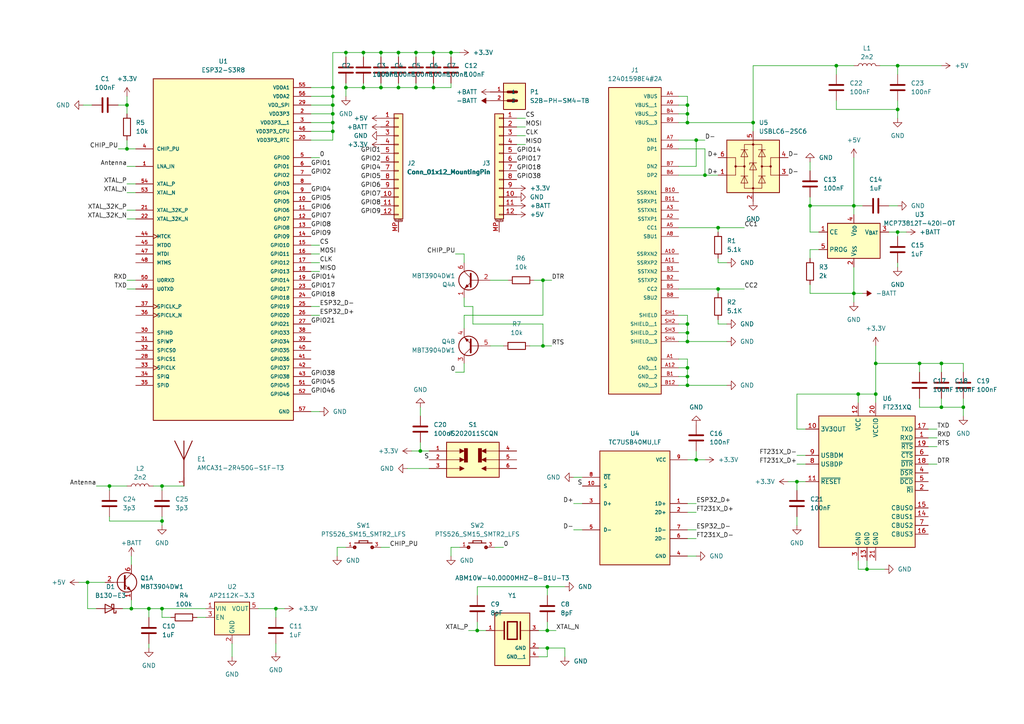
<source format=kicad_sch>
(kicad_sch (version 20230121) (generator eeschema)
  (paper "A4")
  (lib_symbols
    (symbol "12401598E4_2A:12401598E4#2A" (pin_names (offset 1.016))
      (property "Reference" "J" (at -7.632 35.612 0))
      (property "Value" "12401598E4#2A" (at -7.6336 -61.0232 0))
      (symbol "12401598E4#2A_0_0"
        (pin power_in line (at 12.7 -45.72 180) (length 5.08) (name "GND") (number "A1"))
        (pin passive line (at 12.7 -15.24 180) (length 5.08) (name "SSRXN2") (number "A10"))
        (pin passive line (at 12.7 -17.78 180) (length 5.08) (name "SSRXP2") (number "A11"))
        (pin power_in line (at 12.7 -48.26 180) (length 5.08) (name "GND__1") (number "A12"))
        (pin passive line (at 12.7 -5.08 180) (length 5.08) (name "SSTXP1") (number "A2"))
        (pin passive line (at 12.7 -2.54 180) (length 5.08) (name "SSTXN1") (number "A3"))
        (pin power_in line (at 12.7 30.48 180) (length 5.08) (name "VBUS") (number "A4"))
        (pin passive line (at 12.7 -7.62 180) (length 5.08) (name "CC1") (number "A5"))
        (pin passive line (at 12.7 15.24 180) (length 5.08) (name "DP1") (number "A6"))
        (pin passive line (at 12.7 17.78 180) (length 5.08) (name "DN1") (number "A7"))
        (pin passive line (at 12.7 -10.16 180) (length 5.08) (name "SBU1") (number "A8"))
        (pin power_in line (at 12.7 27.94 180) (length 5.08) (name "VBUS__1") (number "A9"))
        (pin power_in line (at 12.7 -50.8 180) (length 5.08) (name "GND__2") (number "B1"))
        (pin passive line (at 12.7 2.54 180) (length 5.08) (name "SSRXN1") (number "B10"))
        (pin passive line (at 12.7 0 180) (length 5.08) (name "SSRXP1") (number "B11"))
        (pin power_in line (at 12.7 -53.34 180) (length 5.08) (name "GND__3") (number "B12"))
        (pin passive line (at 12.7 -22.86 180) (length 5.08) (name "SSTXP2") (number "B2"))
        (pin passive line (at 12.7 -20.32 180) (length 5.08) (name "SSTXN2") (number "B3"))
        (pin power_in line (at 12.7 25.4 180) (length 5.08) (name "VBUS__2") (number "B4"))
        (pin passive line (at 12.7 -25.4 180) (length 5.08) (name "CC2") (number "B5"))
        (pin passive line (at 12.7 7.62 180) (length 5.08) (name "DP2") (number "B6"))
        (pin passive line (at 12.7 10.16 180) (length 5.08) (name "DN2") (number "B7"))
        (pin passive line (at 12.7 -27.94 180) (length 5.08) (name "SBU2") (number "B8"))
        (pin power_in line (at 12.7 22.86 180) (length 5.08) (name "VBUS__3") (number "B9"))
        (pin power_in line (at 12.7 -33.02 180) (length 5.08) (name "SHIELD") (number "SH1"))
        (pin power_in line (at 12.7 -35.56 180) (length 5.08) (name "SHIELD__1") (number "SH2"))
        (pin power_in line (at 12.7 -38.1 180) (length 5.08) (name "SHIELD__2") (number "SH3"))
        (pin power_in line (at 12.7 -40.64 180) (length 5.08) (name "SHIELD__3") (number "SH4"))
      )
    )
    (symbol "ABM10W-40.0000MHZ-7-B1U-T3:ABM10W-40.0000MHZ-7-B1U-T3" (pin_names (offset 1.016))
      (property "Reference" "Y" (at -5.0878 6.3559 0))
      (property "Value" "ABM10W-40.0000MHZ-7-B1U-T3" (at -5.0944 -12.7 0))
      (symbol "ABM10W-40.0000MHZ-7-B1U-T3_0_0"
        (pin passive line (at -7.62 0 0) (length 2.54) (name "~") (number "1"))
        (pin power_in line (at 7.62 -5.08 180) (length 2.54) (name "GND") (number "2"))
        (pin passive line (at 7.62 0 180) (length 2.54) (name "~") (number "3"))
        (pin power_in line (at 7.62 -7.62 180) (length 2.54) (name "GND__1") (number "4"))
      )
    )
    (symbol "AMCA31-2R450G-S1F-T3:AMCA31-2R450G-S1F-T3" (pin_names (offset 1.016))
      (property "Reference" "E" (at 2.8004 5.8496 0))
      (property "Value" "AMCA31-2R450G-S1F-T3" (at 2.6732 3.813 0))
      (symbol "AMCA31-2R450G-S1F-T3_0_0"
        (pin input line (at 0 -5.08 90) (length 2.54) (name "~") (number "1"))
      )
    )
    (symbol "Battery_Management:MCP73812T-420I-OT"
      (property "Reference" "U" (at -6.35 6.35 0))
      (property "Value" "MCP73812T-420I-OT" (at 1.27 6.35 0))
      (symbol "MCP73812T-420I-OT_1_1"
        (pin input line (at -10.16 2.54 0) (length 2.54) (name "CE") (number "1"))
        (pin power_in line (at 0 -7.62 90) (length 2.54) (name "V_{SS}") (number "2"))
        (pin power_out line (at 10.16 2.54 180) (length 2.54) (name "V_{BAT}") (number "3"))
        (pin power_in line (at 0 7.62 270) (length 2.54) (name "V_{DD}") (number "4"))
        (pin input line (at -10.16 -2.54 0) (length 2.54) (name "PROG") (number "5"))
      )
    )
    (symbol "Connector_Generic_MountingPin:Conn_01x12_MountingPin" (pin_names (offset 1.016) hide)
      (property "Reference" "J" (at 0 15.24 0))
      (property "Value" "Conn_01x12_MountingPin" (at 1.27 -17.78 0))
      (symbol "Conn_01x12_MountingPin_1_1"
        (text "Mounting" (at 0 -16.891 0) (effects (font (size 0.381 0.381))))
        (pin passive line (at -5.08 12.7 0) (length 3.81) (name "Pin_1") (number "1"))
        (pin passive line (at -5.08 -10.16 0) (length 3.81) (name "Pin_10") (number "10"))
        (pin passive line (at -5.08 -12.7 0) (length 3.81) (name "Pin_11") (number "11"))
        (pin passive line (at -5.08 -15.24 0) (length 3.81) (name "Pin_12") (number "12"))
        (pin passive line (at -5.08 10.16 0) (length 3.81) (name "Pin_2") (number "2"))
        (pin passive line (at -5.08 7.62 0) (length 3.81) (name "Pin_3") (number "3"))
        (pin passive line (at -5.08 5.08 0) (length 3.81) (name "Pin_4") (number "4"))
        (pin passive line (at -5.08 2.54 0) (length 3.81) (name "Pin_5") (number "5"))
        (pin passive line (at -5.08 0 0) (length 3.81) (name "Pin_6") (number "6"))
        (pin passive line (at -5.08 -2.54 0) (length 3.81) (name "Pin_7") (number "7"))
        (pin passive line (at -5.08 -5.08 0) (length 3.81) (name "Pin_8") (number "8"))
        (pin passive line (at -5.08 -7.62 0) (length 3.81) (name "Pin_9") (number "9"))
        (pin passive line (at 0 -20.32 90) (length 3.048) (name "MountPin") (number "MP"))
      )
    )
    (symbol "Device:C" (pin_numbers hide) (pin_names (offset 0.254))
      (property "Reference" "C" (at 0.635 2.54 0))
      (property "Value" "C" (at 0.635 -2.54 0))
      (symbol "C_1_1"
        (pin passive line (at 0 3.81 270) (length 2.794) (name "~") (number "1"))
        (pin passive line (at 0 -3.81 90) (length 2.794) (name "~") (number "2"))
      )
    )
    (symbol "Device:L" (pin_numbers hide) (pin_names (offset 1.016) hide)
      (property "Reference" "L" (at -1.27 0 90))
      (property "Value" "L" (at 1.905 0 90))
      (symbol "L_1_1"
        (pin passive line (at 0 3.81 270) (length 1.27) (name "1") (number "1"))
        (pin passive line (at 0 -3.81 90) (length 1.27) (name "2") (number "2"))
      )
    )
    (symbol "Device:R" (pin_numbers hide) (pin_names (offset 0))
      (property "Reference" "R" (at 2.032 0 90))
      (property "Value" "R" (at 0 0 90))
      (symbol "R_1_1"
        (pin passive line (at 0 3.81 270) (length 1.27) (name "~") (number "1"))
        (pin passive line (at 0 -3.81 90) (length 1.27) (name "~") (number "2"))
      )
    )
    (symbol "Diode:B130-E3" (pin_numbers hide) (pin_names hide)
      (property "Reference" "D" (at 0 2.54 0))
      (property "Value" "B130-E3" (at 0 -2.54 0))
      (symbol "B130-E3_1_1"
        (pin passive line (at -3.81 0 0) (length 2.54) (name "K") (number "1"))
        (pin passive line (at 3.81 0 180) (length 2.54) (name "A") (number "2"))
      )
    )
    (symbol "ESP32-S3R8:ESP32-S3R8" (pin_names (offset 1.016))
      (property "Reference" "U" (at -20.32 49.53 0))
      (property "Value" "ESP32-S3R8" (at -20.32 -52.07 0))
      (symbol "ESP32-S3R8_0_0"
        (pin bidirectional line (at -25.4 22.86 0) (length 5.08) (name "LNA_IN") (number "1"))
        (pin bidirectional line (at 25.4 12.7 180) (length 5.08) (name "GPIO5") (number "10"))
        (pin bidirectional line (at 25.4 10.16 180) (length 5.08) (name "GPIO6") (number "11"))
        (pin bidirectional line (at 25.4 7.62 180) (length 5.08) (name "GPIO7") (number "12"))
        (pin bidirectional line (at 25.4 5.08 180) (length 5.08) (name "GPIO8") (number "13"))
        (pin bidirectional line (at 25.4 2.54 180) (length 5.08) (name "GPIO9") (number "14"))
        (pin bidirectional line (at 25.4 0 180) (length 5.08) (name "GPIO10") (number "15"))
        (pin bidirectional line (at 25.4 -2.54 180) (length 5.08) (name "GPIO11") (number "16"))
        (pin bidirectional line (at 25.4 -5.08 180) (length 5.08) (name "GPIO12") (number "17"))
        (pin bidirectional line (at 25.4 -7.62 180) (length 5.08) (name "GPIO13") (number "18"))
        (pin bidirectional line (at 25.4 -10.16 180) (length 5.08) (name "GPIO14") (number "19"))
        (pin power_in line (at 25.4 38.1 180) (length 5.08) (name "VDD3P3") (number "2"))
        (pin power_in line (at 25.4 30.48 180) (length 5.08) (name "VDD3P3_RTC") (number "20"))
        (pin bidirectional line (at -25.4 10.16 0) (length 5.08) (name "XTAL_32K_P") (number "21"))
        (pin bidirectional line (at -25.4 7.62 0) (length 5.08) (name "XTAL_32K_N") (number "22"))
        (pin bidirectional line (at 25.4 -12.7 180) (length 5.08) (name "GPIO17") (number "23"))
        (pin bidirectional line (at 25.4 -15.24 180) (length 5.08) (name "GPIO18") (number "24"))
        (pin bidirectional line (at 25.4 -17.78 180) (length 5.08) (name "GPIO19") (number "25"))
        (pin bidirectional line (at 25.4 -20.32 180) (length 5.08) (name "GPIO20") (number "26"))
        (pin bidirectional line (at 25.4 -22.86 180) (length 5.08) (name "GPIO21") (number "27"))
        (pin bidirectional line (at -25.4 -33.02 0) (length 5.08) (name "SPICS1") (number "28"))
        (pin power_in line (at 25.4 40.64 180) (length 5.08) (name "VDD_SPI") (number "29"))
        (pin power_in line (at 25.4 35.56 180) (length 5.08) (name "VDD3P3__1") (number "3"))
        (pin bidirectional line (at -25.4 -25.4 0) (length 5.08) (name "SPIHD") (number "30"))
        (pin bidirectional line (at -25.4 -27.94 0) (length 5.08) (name "SPIWP") (number "31"))
        (pin bidirectional line (at -25.4 -30.48 0) (length 5.08) (name "SPICS0") (number "32"))
        (pin bidirectional clock (at -25.4 -35.56 0) (length 5.08) (name "SPICLK") (number "33"))
        (pin bidirectional line (at -25.4 -38.1 0) (length 5.08) (name "SPIQ") (number "34"))
        (pin bidirectional line (at -25.4 -40.64 0) (length 5.08) (name "SPID") (number "35"))
        (pin bidirectional clock (at -25.4 -20.32 0) (length 5.08) (name "SPICLK_N") (number "36"))
        (pin bidirectional clock (at -25.4 -17.78 0) (length 5.08) (name "SPICLK_P") (number "37"))
        (pin bidirectional line (at 25.4 -25.4 180) (length 5.08) (name "GPIO33") (number "38"))
        (pin bidirectional line (at 25.4 -27.94 180) (length 5.08) (name "GPIO34") (number "39"))
        (pin input line (at -25.4 27.94 0) (length 5.08) (name "CHIP_PU") (number "4"))
        (pin bidirectional line (at 25.4 -30.48 180) (length 5.08) (name "GPIO35") (number "40"))
        (pin bidirectional line (at 25.4 -33.02 180) (length 5.08) (name "GPIO36") (number "41"))
        (pin bidirectional line (at 25.4 -35.56 180) (length 5.08) (name "GPIO37") (number "42"))
        (pin bidirectional line (at 25.4 -38.1 180) (length 5.08) (name "GPIO38") (number "43"))
        (pin bidirectional clock (at -25.4 2.54 0) (length 5.08) (name "MTCK") (number "44"))
        (pin bidirectional line (at -25.4 0 0) (length 5.08) (name "MTDO") (number "45"))
        (pin power_in line (at 25.4 33.02 180) (length 5.08) (name "VDD3P3_CPU") (number "46"))
        (pin bidirectional line (at -25.4 -2.54 0) (length 5.08) (name "MTDI") (number "47"))
        (pin bidirectional line (at -25.4 -5.08 0) (length 5.08) (name "MTMS") (number "48"))
        (pin bidirectional line (at -25.4 -12.7 0) (length 5.08) (name "U0TXD") (number "49"))
        (pin bidirectional line (at 25.4 25.4 180) (length 5.08) (name "GPIO0") (number "5"))
        (pin bidirectional line (at -25.4 -10.16 0) (length 5.08) (name "U0RXD") (number "50"))
        (pin bidirectional line (at 25.4 -40.64 180) (length 5.08) (name "GPIO45") (number "51"))
        (pin bidirectional line (at 25.4 -43.18 180) (length 5.08) (name "GPIO46") (number "52"))
        (pin output line (at -25.4 15.24 0) (length 5.08) (name "XTAL_N") (number "53"))
        (pin input line (at -25.4 17.78 0) (length 5.08) (name "XTAL_P") (number "54"))
        (pin power_in line (at 25.4 45.72 180) (length 5.08) (name "VDDA1") (number "55"))
        (pin power_in line (at 25.4 43.18 180) (length 5.08) (name "VDDA2") (number "56"))
        (pin power_in line (at 25.4 -48.26 180) (length 5.08) (name "GND") (number "57"))
        (pin bidirectional line (at 25.4 22.86 180) (length 5.08) (name "GPIO1") (number "6"))
        (pin bidirectional line (at 25.4 20.32 180) (length 5.08) (name "GPIO2") (number "7"))
        (pin bidirectional line (at 25.4 17.78 180) (length 5.08) (name "GPIO3") (number "8"))
        (pin bidirectional line (at 25.4 15.24 180) (length 5.08) (name "GPIO4") (number "9"))
      )
    )
    (symbol "Interface_USB:FT231XQ"
      (property "Reference" "U" (at -13.97 20.32 0))
      (property "Value" "FT231XQ" (at 6.35 20.32 0))
      (symbol "FT231XQ_1_1"
        (pin input line (at 17.78 12.7 180) (length 3.81) (name "RXD") (number "1"))
        (pin power_out line (at -17.78 15.24 0) (length 3.81) (name "3V3OUT") (number "10"))
        (pin input line (at -17.78 0 0) (length 3.81) (name "~{RESET}") (number "11"))
        (pin power_in line (at -2.54 22.86 270) (length 3.81) (name "VCC") (number "12"))
        (pin power_in line (at 0 -22.86 90) (length 3.81) (name "GND") (number "13"))
        (pin bidirectional line (at 17.78 -10.16 180) (length 3.81) (name "CBUS1") (number "14"))
        (pin bidirectional line (at 17.78 -7.62 180) (length 3.81) (name "CBUS0") (number "15"))
        (pin bidirectional line (at 17.78 -15.24 180) (length 3.81) (name "CBUS3") (number "16"))
        (pin output line (at 17.78 15.24 180) (length 3.81) (name "TXD") (number "17"))
        (pin output line (at 17.78 5.08 180) (length 3.81) (name "~{DTR}") (number "18"))
        (pin output line (at 17.78 10.16 180) (length 3.81) (name "~{RTS}") (number "19"))
        (pin input line (at 17.78 -2.54 180) (length 3.81) (name "~{RI}") (number "2"))
        (pin power_in line (at 2.54 22.86 270) (length 3.81) (name "VCCIO") (number "20"))
        (pin power_in line (at 2.54 -22.86 90) (length 3.81) (name "GND") (number "21"))
        (pin power_in line (at -2.54 -22.86 90) (length 3.81) (name "GND") (number "3"))
        (pin input line (at 17.78 2.54 180) (length 3.81) (name "~{DSR}") (number "4"))
        (pin input line (at 17.78 0 180) (length 3.81) (name "~{DCD}") (number "5"))
        (pin input line (at 17.78 7.62 180) (length 3.81) (name "~{CTS}") (number "6"))
        (pin bidirectional line (at 17.78 -12.7 180) (length 3.81) (name "CBUS2") (number "7"))
        (pin bidirectional line (at -17.78 5.08 0) (length 3.81) (name "USBDP") (number "8"))
        (pin bidirectional line (at -17.78 7.62 0) (length 3.81) (name "USBDM") (number "9"))
      )
    )
    (symbol "JS202011SCQN:JS202011SCQN" (pin_names (offset 1.016))
      (property "Reference" "S" (at -7.62 6.35 0))
      (property "Value" "JS202011SCQN" (at -7.62 -6.35 0))
      (symbol "JS202011SCQN_0_0"
        (pin passive line (at -12.7 2.54 0) (length 5.08) (name "~") (number "1"))
        (pin passive line (at -12.7 0 0) (length 5.08) (name "~") (number "2"))
        (pin passive line (at -12.7 -2.54 0) (length 5.08) (name "~") (number "3"))
        (pin passive line (at 12.7 2.54 180) (length 5.08) (name "~") (number "4"))
        (pin passive line (at 12.7 0 180) (length 5.08) (name "~") (number "5"))
        (pin passive line (at 12.7 -2.54 180) (length 5.08) (name "~") (number "6"))
      )
    )
    (symbol "PTS526_SM15_SMTR2_LFS:PTS526_SM15_SMTR2_LFS" (pin_names (offset 1.016))
      (property "Reference" "SW" (at -2.54 2.54 0))
      (property "Value" "PTS526_SM15_SMTR2_LFS" (at -2.54 -2.54 0))
      (symbol "PTS526_SM15_SMTR2_LFS_0_0"
        (pin passive line (at -5.08 0 0) (length 2.54) (name "~") (number "1"))
        (pin passive line (at 5.08 0 180) (length 2.54) (name "~") (number "3"))
      )
    )
    (symbol "Power_Protection:USBLC6-2SC6" (pin_names hide)
      (property "Reference" "U" (at 2.54 8.89 0))
      (property "Value" "USBLC6-2SC6" (at 2.54 -8.89 0))
      (symbol "USBLC6-2SC6_1_1"
        (pin passive line (at -10.16 -2.54 0) (length 2.54) (name "I/O1") (number "1"))
        (pin passive line (at 0 -10.16 90) (length 2.54) (name "GND") (number "2"))
        (pin passive line (at 10.16 -2.54 180) (length 2.54) (name "I/O2") (number "3"))
        (pin passive line (at 10.16 2.54 180) (length 2.54) (name "I/O2") (number "4"))
        (pin passive line (at 0 10.16 270) (length 2.54) (name "VBUS") (number "5"))
        (pin passive line (at -10.16 2.54 0) (length 2.54) (name "I/O1") (number "6"))
      )
    )
    (symbol "Regulator_Linear:AP2112K-3.3" (pin_names (offset 0.254))
      (property "Reference" "U" (at -5.08 5.715 0))
      (property "Value" "AP2112K-3.3" (at 0 5.715 0))
      (symbol "AP2112K-3.3_1_1"
        (pin power_in line (at -7.62 2.54 0) (length 2.54) (name "VIN") (number "1"))
        (pin power_in line (at 0 -7.62 90) (length 2.54) (name "GND") (number "2"))
        (pin input line (at -7.62 0 0) (length 2.54) (name "EN") (number "3"))
        (pin no_connect line (at 5.08 0 180) (length 2.54) hide (name "NC") (number "4"))
        (pin power_out line (at 7.62 2.54 180) (length 2.54) (name "VOUT") (number "5"))
      )
    )
    (symbol "S2B-PH-SM4-TB:S2B-PH-SM4-TB" (pin_names (offset 1.016))
      (property "Reference" "P" (at -1.2718 3.8155 0))
      (property "Value" "S2B-PH-SM4-TB" (at -1.271 -5.0839 0))
      (symbol "S2B-PH-SM4-TB_0_0"
        (pin passive line (at -5.08 1.27 0) (length 5.08) (name "1") (number "1"))
        (pin passive line (at -5.08 -1.27 0) (length 5.08) (name "2") (number "2"))
      )
    )
    (symbol "TC7USB40MU_LF:TC7USB40MU,LF" (pin_names (offset 1.016))
      (property "Reference" "U" (at -10.16 18.542 0))
      (property "Value" "TC7USB40MU,LF" (at -10.16 -17.78 0))
      (symbol "TC7USB40MU,LF_0_0"
        (pin bidirectional line (at 15.24 2.54 180) (length 5.08) (name "1D+") (number "1"))
        (pin input line (at -15.24 7.62 0) (length 5.08) (name "S") (number "10"))
        (pin bidirectional line (at 15.24 0 180) (length 5.08) (name "2D+") (number "2"))
        (pin bidirectional line (at -15.24 2.54 0) (length 5.08) (name "D+") (number "3"))
        (pin power_in line (at 15.24 -12.7 180) (length 5.08) (name "GND") (number "4"))
        (pin bidirectional line (at -15.24 -5.08 0) (length 5.08) (name "D-") (number "5"))
        (pin bidirectional line (at 15.24 -7.62 180) (length 5.08) (name "2D-") (number "6"))
        (pin bidirectional line (at 15.24 -5.08 180) (length 5.08) (name "1D-") (number "7"))
        (pin input line (at -15.24 10.16 0) (length 5.08) (name "~{OE}") (number "8"))
        (pin power_in line (at 15.24 15.24 180) (length 5.08) (name "VCC") (number "9"))
      )
    )
    (symbol "Transistor_BJT:MBT3904DW1" (pin_names (offset 0) hide)
      (property "Reference" "Q" (at 5.08 1.27 0))
      (property "Value" "MBT3904DW1" (at 5.08 -1.27 0))
      (symbol "MBT3904DW1_1_1"
        (pin passive line (at 2.54 -5.08 90) (length 2.54) (name "E1") (number "1"))
        (pin input line (at -5.08 0 0) (length 2.54) (name "B1") (number "2"))
        (pin passive line (at 2.54 5.08 270) (length 2.54) (name "C1") (number "6"))
      )
      (symbol "MBT3904DW1_2_1"
        (pin passive line (at 2.54 5.08 270) (length 2.54) (name "C2") (number "3"))
        (pin passive line (at 2.54 -5.08 90) (length 2.54) (name "E2") (number "4"))
        (pin input line (at -5.08 0 0) (length 2.54) (name "B2") (number "5"))
      )
    )
    (symbol "power:+3.3V" (power) (pin_names (offset 0))
      (property "Value" "+3.3V" (at 0 3.556 0))
      (symbol "+3.3V_1_1"
        (pin power_in line (at 0 0 90) (length 0) hide (name "+3.3V") (number "1"))
      )
    )
    (symbol "power:+5V" (power) (pin_names (offset 0))
      (property "Value" "+5V" (at 0 3.556 0))
      (symbol "+5V_1_1"
        (pin power_in line (at 0 0 90) (length 0) hide (name "+5V") (number "1"))
      )
    )
    (symbol "power:+BATT" (power) (pin_names (offset 0))
      (property "Value" "+BATT" (at 0 3.556 0))
      (symbol "+BATT_1_1"
        (pin power_in line (at 0 0 90) (length 0) hide (name "+BATT") (number "1"))
      )
    )
    (symbol "power:-BATT" (power) (pin_names (offset 0))
      (property "Value" "-BATT" (at 0 3.556 0))
      (symbol "-BATT_1_1"
        (pin power_in line (at 0 0 90) (length 0) hide (name "-BATT") (number "1"))
      )
    )
    (symbol "power:GND" (power) (pin_names (offset 0))
      (property "Value" "GND" (at 0 -3.81 0))
      (symbol "GND_1_1"
        (pin power_in line (at 0 0 270) (length 0) hide (name "GND") (number "1"))
      )
    )
  )
  (junction (at 204.47 50.8))
  (junction (at 242.57 19.05))
  (junction (at 247.65 85.09))
  (junction (at 158.75 182.88))
  (junction (at 231.14 139.7))
  (junction (at 199.39 111.76))
  (junction (at 199.39 33.02))
  (junction (at 110.49 15.24))
  (junction (at 157.48 81.28))
  (junction (at 254 105.41))
  (junction (at 138.43 182.88))
  (junction (at 234.95 59.69))
  (junction (at 125.73 25.4))
  (junction (at 273.05 118.11))
  (junction (at 100.33 15.24))
  (junction (at 279.4 118.11))
  (junction (at 199.39 93.98))
  (junction (at 115.57 25.4))
  (junction (at 96.52 35.56))
  (junction (at 208.28 83.82))
  (junction (at 96.52 25.4))
  (junction (at 38.1 176.53))
  (junction (at 25.4 168.91))
  (junction (at 260.35 31.75))
  (junction (at 120.65 25.4))
  (junction (at 251.46 165.1))
  (junction (at 96.52 27.94))
  (junction (at 199.39 109.22))
  (junction (at 96.52 38.1))
  (junction (at 46.99 151.13))
  (junction (at 130.81 15.24))
  (junction (at 158.75 170.18))
  (junction (at 199.39 30.48))
  (junction (at 158.75 187.96))
  (junction (at 260.35 67.31))
  (junction (at 46.99 140.97))
  (junction (at 96.52 33.02))
  (junction (at 208.28 66.04))
  (junction (at 105.41 15.24))
  (junction (at 110.49 25.4))
  (junction (at 120.65 15.24))
  (junction (at 218.44 35.56))
  (junction (at 115.57 15.24))
  (junction (at 201.93 133.35))
  (junction (at 46.99 176.53))
  (junction (at 199.39 96.52))
  (junction (at 121.92 130.81))
  (junction (at 199.39 106.68))
  (junction (at 247.65 59.69))
  (junction (at 273.05 105.41))
  (junction (at 100.33 25.4))
  (junction (at 36.83 43.18))
  (junction (at 43.18 176.53))
  (junction (at 199.39 99.06))
  (junction (at 254 114.3))
  (junction (at 266.7 105.41))
  (junction (at 125.73 15.24))
  (junction (at 157.48 100.33))
  (junction (at 260.35 19.05))
  (junction (at 31.75 140.97))
  (junction (at 80.01 176.53))
  (junction (at 96.52 30.48))
  (junction (at 36.83 30.48))
  (junction (at 248.92 114.3))
  (junction (at 201.93 40.64))
  (junction (at 199.39 35.56))
  (junction (at 105.41 25.4))
  (wire (pts (xy 31.75 149.86) (xy 31.75 151.13)))
  (wire (pts (xy 273.05 118.11) (xy 279.4 118.11)))
  (wire (pts (xy 82.55 176.53) (xy 80.01 176.53)))
  (wire (pts (xy 44.45 140.97) (xy 46.99 140.97)))
  (wire (pts (xy 201.93 40.64) (xy 204.47 40.64)))
  (wire (pts (xy 163.83 187.96) (xy 163.83 190.5)))
  (wire (pts (xy 231.14 152.4) (xy 231.14 149.86)))
  (wire (pts (xy 196.85 83.82) (xy 208.28 83.82)))
  (wire (pts (xy 100.33 15.24) (xy 105.41 15.24)))
  (wire (pts (xy 110.49 25.4) (xy 115.57 25.4)))
  (wire (pts (xy 201.93 156.21) (xy 199.39 156.21)))
  (wire (pts (xy 92.71 71.12) (xy 90.17 71.12)))
  (wire (pts (xy 80.01 176.53) (xy 80.01 179.07)))
  (wire (pts (xy 234.95 46.99) (xy 234.95 49.53)))
  (wire (pts (xy 204.47 43.18) (xy 204.47 50.8)))
  (wire (pts (xy 254 100.33) (xy 254 105.41)))
  (wire (pts (xy 36.83 27.94) (xy 36.83 30.48)))
  (wire (pts (xy 36.83 40.64) (xy 36.83 43.18)))
  (wire (pts (xy 199.39 109.22) (xy 199.39 111.76)))
  (wire (pts (xy 153.67 100.33) (xy 157.48 100.33)))
  (wire (pts (xy 157.48 93.98) (xy 137.16 93.98)))
  (wire (pts (xy 46.99 149.86) (xy 46.99 151.13)))
  (wire (pts (xy 130.81 15.24) (xy 133.35 15.24)))
  (wire (pts (xy 120.65 15.24) (xy 120.65 16.51)))
  (wire (pts (xy 234.95 57.15) (xy 234.95 59.69)))
  (wire (pts (xy 96.52 33.02) (xy 96.52 30.48)))
  (wire (pts (xy 142.24 100.33) (xy 146.05 100.33)))
  (wire (pts (xy 234.95 72.39) (xy 234.95 74.93)))
  (wire (pts (xy 138.43 180.34) (xy 138.43 182.88)))
  (wire (pts (xy 90.17 40.64) (xy 96.52 40.64)))
  (wire (pts (xy 157.48 81.28) (xy 160.02 81.28)))
  (wire (pts (xy 120.65 25.4) (xy 120.65 24.13)))
  (wire (pts (xy 231.14 132.08) (xy 233.68 132.08)))
  (wire (pts (xy 271.78 134.62) (xy 269.24 134.62)))
  (wire (pts (xy 208.28 76.2) (xy 210.82 76.2)))
  (wire (pts (xy 110.49 15.24) (xy 115.57 15.24)))
  (wire (pts (xy 125.73 15.24) (xy 125.73 16.51)))
  (wire (pts (xy 113.03 158.75) (xy 110.49 158.75)))
  (wire (pts (xy 234.95 59.69) (xy 247.65 59.69)))
  (wire (pts (xy 43.18 176.53) (xy 46.99 176.53)))
  (wire (pts (xy 134.62 73.66) (xy 134.62 76.2)))
  (wire (pts (xy 231.14 124.46) (xy 231.14 114.3)))
  (wire (pts (xy 120.65 15.24) (xy 125.73 15.24)))
  (wire (pts (xy 231.14 142.24) (xy 231.14 139.7)))
  (wire (pts (xy 218.44 19.05) (xy 218.44 35.56)))
  (wire (pts (xy 248.92 162.56) (xy 248.92 165.1)))
  (wire (pts (xy 196.85 66.04) (xy 208.28 66.04)))
  (wire (pts (xy 247.65 19.05) (xy 242.57 19.05)))
  (wire (pts (xy 248.92 165.1) (xy 251.46 165.1)))
  (wire (pts (xy 96.52 30.48) (xy 96.52 27.94)))
  (wire (pts (xy 96.52 25.4) (xy 96.52 27.94)))
  (wire (pts (xy 92.71 76.2) (xy 90.17 76.2)))
  (wire (pts (xy 196.85 30.48) (xy 199.39 30.48)))
  (wire (pts (xy 121.92 128.27) (xy 121.92 130.81)))
  (wire (pts (xy 201.93 133.35) (xy 204.47 133.35)))
  (wire (pts (xy 105.41 15.24) (xy 110.49 15.24)))
  (wire (pts (xy 90.17 25.4) (xy 96.52 25.4)))
  (wire (pts (xy 100.33 27.94) (xy 100.33 25.4)))
  (wire (pts (xy 201.93 48.26) (xy 201.93 40.64)))
  (wire (pts (xy 166.37 153.67) (xy 168.91 153.67)))
  (wire (pts (xy 119.38 130.81) (xy 121.92 130.81)))
  (wire (pts (xy 237.49 72.39) (xy 234.95 72.39)))
  (wire (pts (xy 157.48 91.44) (xy 134.62 91.44)))
  (wire (pts (xy 247.65 45.72) (xy 247.65 59.69)))
  (wire (pts (xy 196.85 40.64) (xy 201.93 40.64)))
  (wire (pts (xy 97.79 158.75) (xy 100.33 158.75)))
  (wire (pts (xy 196.85 27.94) (xy 199.39 27.94)))
  (wire (pts (xy 134.62 88.9) (xy 134.62 86.36)))
  (wire (pts (xy 92.71 78.74) (xy 90.17 78.74)))
  (wire (pts (xy 242.57 21.59) (xy 242.57 19.05)))
  (wire (pts (xy 96.52 33.02) (xy 96.52 35.56)))
  (wire (pts (xy 130.81 25.4) (xy 130.81 24.13)))
  (wire (pts (xy 273.05 118.11) (xy 273.05 115.57)))
  (wire (pts (xy 233.68 124.46) (xy 231.14 124.46)))
  (wire (pts (xy 90.17 35.56) (xy 96.52 35.56)))
  (wire (pts (xy 90.17 119.38) (xy 92.71 119.38)))
  (wire (pts (xy 135.89 182.88) (xy 138.43 182.88)))
  (wire (pts (xy 34.29 43.18) (xy 36.83 43.18)))
  (wire (pts (xy 158.75 190.5) (xy 158.75 187.96)))
  (wire (pts (xy 201.93 161.29) (xy 199.39 161.29)))
  (wire (pts (xy 138.43 170.18) (xy 158.75 170.18)))
  (wire (pts (xy 199.39 30.48) (xy 199.39 33.02)))
  (wire (pts (xy 231.14 139.7) (xy 233.68 139.7)))
  (wire (pts (xy 279.4 118.11) (xy 279.4 115.57)))
  (wire (pts (xy 234.95 85.09) (xy 234.95 82.55)))
  (wire (pts (xy 262.89 67.31) (xy 260.35 67.31)))
  (wire (pts (xy 36.83 55.88) (xy 39.37 55.88)))
  (wire (pts (xy 36.83 81.28) (xy 39.37 81.28)))
  (wire (pts (xy 90.17 30.48) (xy 96.52 30.48)))
  (wire (pts (xy 46.99 176.53) (xy 59.69 176.53)))
  (wire (pts (xy 90.17 88.9) (xy 92.71 88.9)))
  (wire (pts (xy 196.85 109.22) (xy 199.39 109.22)))
  (wire (pts (xy 196.85 48.26) (xy 201.93 48.26)))
  (wire (pts (xy 218.44 35.56) (xy 218.44 38.1)))
  (wire (pts (xy 100.33 16.51) (xy 100.33 15.24)))
  (wire (pts (xy 260.35 21.59) (xy 260.35 19.05)))
  (wire (pts (xy 146.05 158.75) (xy 143.51 158.75)))
  (wire (pts (xy 196.85 91.44) (xy 199.39 91.44)))
  (wire (pts (xy 273.05 105.41) (xy 279.4 105.41)))
  (wire (pts (xy 121.92 118.11) (xy 121.92 120.65)))
  (wire (pts (xy 234.95 67.31) (xy 237.49 67.31)))
  (wire (pts (xy 80.01 186.69) (xy 80.01 189.23)))
  (wire (pts (xy 46.99 142.24) (xy 46.99 140.97)))
  (wire (pts (xy 208.28 85.09) (xy 208.28 83.82)))
  (wire (pts (xy 247.65 59.69) (xy 247.65 62.23)))
  (wire (pts (xy 121.92 130.81) (xy 124.46 130.81)))
  (wire (pts (xy 199.39 99.06) (xy 196.85 99.06)))
  (wire (pts (xy 157.48 93.98) (xy 157.48 100.33)))
  (wire (pts (xy 196.85 104.14) (xy 199.39 104.14)))
  (wire (pts (xy 25.4 168.91) (xy 30.48 168.91)))
  (wire (pts (xy 36.83 83.82) (xy 39.37 83.82)))
  (wire (pts (xy 208.28 66.04) (xy 215.9 66.04)))
  (wire (pts (xy 110.49 15.24) (xy 110.49 16.51)))
  (wire (pts (xy 132.08 73.66) (xy 134.62 73.66)))
  (wire (pts (xy 35.56 176.53) (xy 38.1 176.53)))
  (wire (pts (xy 100.33 25.4) (xy 105.41 25.4)))
  (wire (pts (xy 138.43 172.72) (xy 138.43 170.18)))
  (wire (pts (xy 196.85 96.52) (xy 199.39 96.52)))
  (wire (pts (xy 199.39 104.14) (xy 199.39 106.68)))
  (wire (pts (xy 158.75 182.88) (xy 158.75 180.34)))
  (wire (pts (xy 199.39 91.44) (xy 199.39 93.98)))
  (wire (pts (xy 115.57 15.24) (xy 120.65 15.24)))
  (wire (pts (xy 31.75 140.97) (xy 36.83 140.97)))
  (wire (pts (xy 46.99 140.97) (xy 53.34 140.97)))
  (wire (pts (xy 247.65 85.09) (xy 247.65 87.63)))
  (wire (pts (xy 231.14 134.62) (xy 233.68 134.62)))
  (wire (pts (xy 36.83 53.34) (xy 39.37 53.34)))
  (wire (pts (xy 132.08 107.95) (xy 134.62 107.95)))
  (wire (pts (xy 105.41 25.4) (xy 110.49 25.4)))
  (wire (pts (xy 242.57 19.05) (xy 218.44 19.05)))
  (wire (pts (xy 36.83 63.5) (xy 39.37 63.5)))
  (wire (pts (xy 273.05 105.41) (xy 273.05 107.95)))
  (wire (pts (xy 271.78 127) (xy 269.24 127)))
  (wire (pts (xy 196.85 50.8) (xy 204.47 50.8)))
  (wire (pts (xy 36.83 48.26) (xy 39.37 48.26)))
  (wire (pts (xy 97.79 158.75) (xy 97.79 161.29)))
  (wire (pts (xy 152.4 41.91) (xy 149.86 41.91)))
  (wire (pts (xy 90.17 91.44) (xy 92.71 91.44)))
  (wire (pts (xy 38.1 161.29) (xy 38.1 163.83)))
  (wire (pts (xy 96.52 38.1) (xy 96.52 35.56)))
  (wire (pts (xy 266.7 115.57) (xy 266.7 118.11)))
  (wire (pts (xy 157.48 81.28) (xy 157.48 91.44)))
  (wire (pts (xy 43.18 186.69) (xy 43.18 187.96)))
  (wire (pts (xy 156.21 182.88) (xy 158.75 182.88)))
  (wire (pts (xy 208.28 76.2) (xy 208.28 74.93)))
  (wire (pts (xy 260.35 67.31) (xy 260.35 68.58)))
  (wire (pts (xy 27.94 176.53) (xy 25.4 176.53)))
  (wire (pts (xy 130.81 158.75) (xy 133.35 158.75)))
  (wire (pts (xy 279.4 120.65) (xy 279.4 118.11)))
  (wire (pts (xy 208.28 67.31) (xy 208.28 66.04)))
  (wire (pts (xy 38.1 173.99) (xy 38.1 176.53)))
  (wire (pts (xy 157.48 100.33) (xy 160.02 100.33)))
  (wire (pts (xy 90.17 27.94) (xy 96.52 27.94)))
  (wire (pts (xy 38.1 176.53) (xy 43.18 176.53)))
  (wire (pts (xy 118.11 135.89) (xy 124.46 135.89)))
  (wire (pts (xy 25.4 176.53) (xy 25.4 168.91)))
  (wire (pts (xy 34.29 30.48) (xy 36.83 30.48)))
  (wire (pts (xy 231.14 114.3) (xy 248.92 114.3)))
  (wire (pts (xy 134.62 91.44) (xy 134.62 95.25)))
  (wire (pts (xy 248.92 114.3) (xy 248.92 116.84)))
  (wire (pts (xy 158.75 170.18) (xy 158.75 172.72)))
  (wire (pts (xy 201.93 148.59) (xy 199.39 148.59)))
  (wire (pts (xy 247.65 59.69) (xy 250.19 59.69)))
  (wire (pts (xy 46.99 151.13) (xy 46.99 152.4)))
  (wire (pts (xy 36.83 30.48) (xy 36.83 33.02)))
  (wire (pts (xy 156.21 190.5) (xy 158.75 190.5)))
  (wire (pts (xy 158.75 182.88) (xy 161.29 182.88)))
  (wire (pts (xy 27.94 140.97) (xy 31.75 140.97)))
  (wire (pts (xy 199.39 35.56) (xy 196.85 35.56)))
  (wire (pts (xy 36.83 60.96) (xy 39.37 60.96)))
  (wire (pts (xy 166.37 146.05) (xy 168.91 146.05)))
  (wire (pts (xy 204.47 50.8) (xy 208.28 50.8)))
  (wire (pts (xy 152.4 39.37) (xy 149.86 39.37)))
  (wire (pts (xy 199.39 99.06) (xy 210.82 99.06)))
  (wire (pts (xy 242.57 31.75) (xy 260.35 31.75)))
  (wire (pts (xy 199.39 111.76) (xy 196.85 111.76)))
  (wire (pts (xy 115.57 15.24) (xy 115.57 16.51)))
  (wire (pts (xy 24.13 30.48) (xy 26.67 30.48)))
  (wire (pts (xy 247.65 77.47) (xy 247.65 85.09)))
  (wire (pts (xy 100.33 25.4) (xy 100.33 24.13)))
  (wire (pts (xy 49.53 179.07) (xy 46.99 179.07)))
  (wire (pts (xy 251.46 162.56) (xy 251.46 165.1)))
  (wire (pts (xy 271.78 124.46) (xy 269.24 124.46)))
  (wire (pts (xy 273.05 19.05) (xy 260.35 19.05)))
  (wire (pts (xy 125.73 15.24) (xy 130.81 15.24)))
  (wire (pts (xy 120.65 25.4) (xy 125.73 25.4)))
  (wire (pts (xy 266.7 105.41) (xy 273.05 105.41)))
  (wire (pts (xy 242.57 29.21) (xy 242.57 31.75)))
  (wire (pts (xy 115.57 25.4) (xy 115.57 24.13)))
  (wire (pts (xy 92.71 45.72) (xy 90.17 45.72)))
  (wire (pts (xy 90.17 38.1) (xy 96.52 38.1)))
  (wire (pts (xy 199.39 93.98) (xy 196.85 93.98)))
  (wire (pts (xy 201.93 153.67) (xy 199.39 153.67)))
  (wire (pts (xy 110.49 25.4) (xy 110.49 24.13)))
  (wire (pts (xy 208.28 83.82) (xy 215.9 83.82)))
  (wire (pts (xy 254 105.41) (xy 254 114.3)))
  (wire (pts (xy 105.41 15.24) (xy 105.41 16.51)))
  (wire (pts (xy 201.93 146.05) (xy 199.39 146.05)))
  (wire (pts (xy 266.7 105.41) (xy 266.7 107.95)))
  (wire (pts (xy 260.35 76.2) (xy 260.35 77.47)))
  (wire (pts (xy 134.62 107.95) (xy 134.62 105.41)))
  (wire (pts (xy 31.75 142.24) (xy 31.75 140.97)))
  (wire (pts (xy 158.75 170.18) (xy 163.83 170.18)))
  (wire (pts (xy 199.39 96.52) (xy 199.39 99.06)))
  (wire (pts (xy 130.81 161.29) (xy 130.81 158.75)))
  (wire (pts (xy 36.83 43.18) (xy 39.37 43.18)))
  (wire (pts (xy 67.31 190.5) (xy 67.31 186.69)))
  (wire (pts (xy 125.73 25.4) (xy 130.81 25.4)))
  (wire (pts (xy 201.93 130.81) (xy 201.93 133.35)))
  (wire (pts (xy 90.17 33.02) (xy 96.52 33.02)))
  (wire (pts (xy 250.19 85.09) (xy 247.65 85.09)))
  (wire (pts (xy 137.16 93.98) (xy 137.16 88.9)))
  (wire (pts (xy 31.75 151.13) (xy 46.99 151.13)))
  (wire (pts (xy 199.39 133.35) (xy 201.93 133.35)))
  (wire (pts (xy 137.16 88.9) (xy 134.62 88.9)))
  (wire (pts (xy 46.99 179.07) (xy 46.99 176.53)))
  (wire (pts (xy 251.46 165.1) (xy 256.54 165.1)))
  (wire (pts (xy 271.78 129.54) (xy 269.24 129.54)))
  (wire (pts (xy 266.7 118.11) (xy 273.05 118.11)))
  (wire (pts (xy 163.83 187.96) (xy 158.75 187.96)))
  (wire (pts (xy 105.41 25.4) (xy 105.41 24.13)))
  (wire (pts (xy 199.39 27.94) (xy 199.39 30.48)))
  (wire (pts (xy 130.81 15.24) (xy 130.81 16.51)))
  (wire (pts (xy 208.28 93.98) (xy 208.28 92.71)))
  (wire (pts (xy 142.24 81.28) (xy 147.32 81.28)))
  (wire (pts (xy 228.6 139.7) (xy 231.14 139.7)))
  (wire (pts (xy 266.7 105.41) (xy 254 105.41)))
  (wire (pts (xy 260.35 67.31) (xy 257.81 67.31)))
  (wire (pts (xy 260.35 31.75) (xy 260.35 29.21)))
  (wire (pts (xy 199.39 93.98) (xy 199.39 96.52)))
  (wire (pts (xy 96.52 40.64) (xy 96.52 38.1)))
  (wire (pts (xy 125.73 25.4) (xy 125.73 24.13)))
  (wire (pts (xy 138.43 182.88) (xy 140.97 182.88)))
  (wire (pts (xy 96.52 15.24) (xy 96.52 25.4)))
  (wire (pts (xy 196.85 43.18) (xy 204.47 43.18)))
  (wire (pts (xy 208.28 93.98) (xy 210.82 93.98)))
  (wire (pts (xy 279.4 105.41) (xy 279.4 107.95)))
  (wire (pts (xy 199.39 111.76) (xy 210.82 111.76)))
  (wire (pts (xy 260.35 19.05) (xy 255.27 19.05)))
  (wire (pts (xy 260.35 34.29) (xy 260.35 31.75)))
  (wire (pts (xy 199.39 33.02) (xy 199.39 35.56)))
  (wire (pts (xy 100.33 15.24) (xy 96.52 15.24)))
  (wire (pts (xy 22.86 168.91) (xy 25.4 168.91)))
  (wire (pts (xy 80.01 176.53) (xy 74.93 176.53)))
  (wire (pts (xy 248.92 114.3) (xy 254 114.3)))
  (wire (pts (xy 154.94 81.28) (xy 157.48 81.28)))
  (wire (pts (xy 196.85 33.02) (xy 199.39 33.02)))
  (wire (pts (xy 152.4 36.83) (xy 149.86 36.83)))
  (wire (pts (xy 254 114.3) (xy 254 116.84)))
  (wire (pts (xy 234.95 59.69) (xy 234.95 67.31)))
  (wire (pts (xy 59.69 179.07) (xy 57.15 179.07)))
  (wire (pts (xy 158.75 187.96) (xy 156.21 187.96)))
  (wire (pts (xy 247.65 85.09) (xy 234.95 85.09)))
  (wire (pts (xy 152.4 34.29) (xy 149.86 34.29)))
  (wire (pts (xy 218.44 35.56) (xy 199.39 35.56)))
  (wire (pts (xy 115.57 25.4) (xy 120.65 25.4)))
  (wire (pts (xy 92.71 73.66) (xy 90.17 73.66)))
  (wire (pts (xy 43.18 176.53) (xy 43.18 179.07)))
  (wire (pts (xy 166.37 138.43) (xy 168.91 138.43)))
  (wire (pts (xy 257.81 59.69) (xy 260.35 59.69)))
  (wire (pts (xy 196.85 106.68) (xy 199.39 106.68)))
  (wire (pts (xy 199.39 106.68) (xy 199.39 109.22)))
  (label "DTR" (at 271.78 134.62 0))
  (label "FT231X_D-" (at 231.14 132.08 180))
  (label "CLK" (at 152.4 39.37 0))
  (label "MISO" (at 152.4 41.91 0))
  (label "TXD" (at 36.83 83.82 180))
  (label "GPIO46" (at 90.17 114.3 0))
  (label "TXD" (at 271.78 124.46 0))
  (label "D+" (at 208.28 50.8 180))
  (label "MOSI" (at 152.4 36.83 0))
  (label "RTS" (at 271.78 129.54 0))
  (label "GPIO6" (at 110.49 54.61 180))
  (label "GPIO18" (at 90.17 86.36 0))
  (label "D+" (at 208.28 45.72 180))
  (label "GPIO5" (at 90.17 58.42 0))
  (label "GPIO38" (at 149.86 52.07 0))
  (label "XTAL_N" (at 36.83 55.88 180))
  (label "D-" (at 204.47 40.64 0))
  (label "MISO" (at 92.71 78.74 0))
  (label "GPIO14" (at 149.86 44.45 0))
  (label "DTR" (at 160.02 81.28 0))
  (label "GPIO17" (at 90.17 83.82 0))
  (label "GPIO4" (at 90.17 55.88 0))
  (label "GPIO21" (at 90.17 93.98 0))
  (label "ESP32_D+" (at 92.71 91.44 0))
  (label "CHIP_PU" (at 34.29 43.18 180))
  (label "GPIO5" (at 110.49 52.07 180))
  (label "CS" (at 152.4 34.29 0))
  (label "D-" (at 228.6 45.72 0))
  (label "0" (at 132.08 107.95 180))
  (label "RTS" (at 160.02 100.33 0))
  (label "GPIO17" (at 149.86 46.99 0))
  (label "CLK" (at 92.71 76.2 0))
  (label "GPIO8" (at 110.49 59.69 180))
  (label "ESP32_D-" (at 201.93 153.67 0))
  (label "GPIO1" (at 110.49 44.45 180))
  (label "MOSI" (at 92.71 73.66 0))
  (label "CC1" (at 215.9 66.04 0))
  (label "FT231X_D+" (at 231.14 134.62 180))
  (label "CHIP_PU" (at 132.08 73.66 180))
  (label "GPIO1" (at 90.17 48.26 0))
  (label "XTAL_N" (at 161.29 182.88 0))
  (label "XTAL_32K_N" (at 36.83 63.5 180))
  (label "GPIO7" (at 110.49 57.15 180))
  (label "D-" (at 228.6 50.8 0))
  (label "ESP32_D+" (at 201.93 146.05 0))
  (label "GPIO2" (at 90.17 50.8 0))
  (label "FT231X_D+" (at 201.93 148.59 0))
  (label "GPIO38" (at 90.17 109.22 0))
  (label "GPIO6" (at 90.17 60.96 0))
  (label "Antenna" (at 36.83 48.26 180))
  (label "CS" (at 92.71 71.12 0))
  (label "XTAL_P" (at 36.83 53.34 180))
  (label "GPIO8" (at 90.17 66.04 0))
  (label "S" (at 168.91 140.97 180))
  (label "S" (at 124.46 133.35 180))
  (label "GPIO9" (at 90.17 68.58 0))
  (label "GPIO18" (at 149.86 49.53 0))
  (label "CHIP_PU" (at 113.03 158.75 0))
  (label "GPIO45" (at 90.17 111.76 0))
  (label "XTAL_32K_P" (at 36.83 60.96 180))
  (label "CC2" (at 215.9 83.82 0))
  (label "D-" (at 166.37 153.67 180))
  (label "RXD" (at 271.78 127 0))
  (label "GPIO14" (at 90.17 81.28 0))
  (label "FT231X_D-" (at 201.93 156.21 0))
  (label "GPIO2" (at 110.49 46.99 180))
  (label "XTAL_P" (at 135.89 182.88 180))
  (label "Antenna" (at 27.94 140.97 180))
  (label "0" (at 92.71 45.72 0))
  (label "GPIO7" (at 90.17 63.5 0))
  (label "ESP32_D-" (at 92.71 88.9 0))
  (label "GPIO9" (at 110.49 62.23 180))
  (label "0" (at 146.05 158.75 0))
  (label "GPIO4" (at 110.49 49.53 180))
  (label "D+" (at 166.37 146.05 180))
  (label "RXD" (at 36.83 81.28 180))
  (symbol (lib_id "power:GND") (at 67.31 190.5 0) (unit 1)
    (property "Reference" "#PWR05" (effects hide))
    (property "Value" "GND" (at 67.31 195.58 0))
  )
  (symbol (lib_id "power:+5V") (at 110.49 34.29 90) (unit 1)
    (property "Reference" "#PWR042" (effects hide))
    (property "Value" "+5V" (at 106.68 34.29 90) (effects (justify left)))
  )
  (symbol (lib_id "Device:C") (at 43.18 182.88 180) (unit 1)
    (property "Reference" "C10" (at 46.99 181.61 0) (effects (justify right)))
    (property "Value" "1uF" (at 46.99 184.15 0) (effects (justify right)))
    (property "Footprint" "CL05A105KP5NNNC:CAPC1005X55N" (effects hide))
  )
  (symbol (lib_id "Device:C") (at 201.93 127 0) (unit 1)
    (property "Reference" "C16" (at 205.74 125.73 0) (effects (justify left)))
    (property "Value" "100nF" (at 205.74 128.27 0) (effects (justify left)))
    (property "Footprint" "CL05B104KP5NNNC:CAPC1005X55N" (effects hide))
  )
  (symbol (lib_id "power:GND") (at 260.35 59.69 90) (unit 1)
    (property "Reference" "#PWR017" (effects hide))
    (property "Value" "GND" (at 264.16 59.69 90) (effects (justify right)))
  )
  (symbol (lib_id "Power_Protection:USBLC6-2SC6") (at 218.44 48.26 0) (unit 1)
    (property "Reference" "U5" (at 220.0911 35.56 0) (effects (justify left)))
    (property "Value" "USBLC6-2SC6" (at 220.0911 38.1 0) (effects (justify left)))
    (property "Footprint" "Package_TO_SOT_SMD:SOT-23-6" (effects hide))
    (property "Datasheet" "https://www.st.com/resource/en/datasheet/usblc6-2.pdf" (effects hide))
  )
  (symbol (lib_id "power:+5V") (at 149.86 62.23 270) (unit 1)
    (property "Reference" "#PWR049" (effects hide))
    (property "Value" "+5V" (at 153.67 62.23 90) (effects (justify left)))
  )
  (symbol (lib_id "power:GND") (at 260.35 34.29 0) (unit 1)
    (property "Reference" "#PWR051" (effects hide))
    (property "Value" "GND" (at 260.35 39.37 0))
  )
  (symbol (lib_id "Device:C") (at 105.41 20.32 180) (unit 1)
    (property "Reference" "C3" (at 109.22 19.05 0) (effects (justify right)))
    (property "Value" "100nF" (at 109.22 21.59 0) (effects (justify right)))
    (property "Footprint" "CL05B104KP5NNNC:CAPC1005X55N" (effects hide))
  )
  (symbol (lib_id "power:GND") (at 149.86 57.15 90) (unit 1)
    (property "Reference" "#PWR046" (effects hide))
    (property "Value" "GND" (at 153.67 57.15 90) (effects (justify right)))
  )
  (symbol (lib_id "power:GND") (at 234.95 46.99 180) (unit 1)
    (property "Reference" "#PWR019" (effects hide))
    (property "Value" "GND" (at 237.49 45.72 0) (effects (justify right)))
  )
  (symbol (lib_id "Device:R") (at 149.86 100.33 270) (unit 1)
    (property "Reference" "R7" (at 149.86 93.98 90))
    (property "Value" "10k" (at 149.86 96.52 90))
    (property "Footprint" "SMD-RES-10K-5_-1__0402_:R0402" (effects hide))
  )
  (symbol (lib_id "power:GND") (at 80.01 189.23 0) (unit 1)
    (property "Reference" "#PWR09" (effects hide))
    (property "Value" "GND" (at 80.01 194.31 0))
  )
  (symbol (lib_id "Device:C") (at 110.49 20.32 180) (unit 1)
    (property "Reference" "C4" (at 114.3 19.05 0) (effects (justify right)))
    (property "Value" "100nF" (at 114.3 21.59 0) (effects (justify right)))
    (property "Footprint" "CL05B104KP5NNNC:CAPC1005X55N" (effects hide))
  )
  (symbol (lib_id "Device:C") (at 115.57 20.32 180) (unit 1)
    (property "Reference" "C5" (at 119.38 19.05 0) (effects (justify right)))
    (property "Value" "100nF" (at 119.38 21.59 0) (effects (justify right)))
    (property "Footprint" "CL05B104KP5NNNC:CAPC1005X55N" (effects hide))
  )
  (symbol (lib_id "AMCA31-2R450G-S1F-T3:AMCA31-2R450G-S1F-T3") (at 53.34 135.89 0) (unit 1)
    (property "Reference" "E1" (at 57.15 133.1595 0) (effects (justify left)))
    (property "Value" "AMCA31-2R450G-S1F-T3" (at 57.15 135.6995 0) (effects (justify left)))
    (property "Footprint" "AMCA31-2R450G-S1F-T3:XDCR_AMCA31-2R450G-S1F-T3" (effects hide))
    (property "PARTREV" "03-21-19" (effects hide))
    (property "STANDARD" "Manufacturer Recommendations" (effects hide))
    (property "SNAPEDA_PN" "AMCA31-2R450G-S1F-T3" (effects hide))
    (property "MAXIMUM_PACKAGE_HEIGHT" "1.4mm" (effects hide))
    (property "MANUFACTURER" "Abracon" (effects hide))
  )
  (symbol (lib_id "Device:C") (at 138.43 176.53 0) (unit 1)
    (property "Reference" "C9" (at 142.24 175.26 0) (effects (justify left)))
    (property "Value" "8pF" (at 142.24 177.8 0) (effects (justify left)))
    (property "Footprint" "CC0603JRNPO9BN250:CAPC1608X90" (effects hide))
  )
  (symbol (lib_id "Battery_Management:MCP73812T-420I-OT") (at 247.65 69.85 0) (unit 1)
    (property "Reference" "U3" (at 266.7 62.23 0))
    (property "Value" "MCP73812T-420I-OT" (at 266.7 64.77 0))
    (property "Footprint" "Package_TO_SOT_SMD:SOT-23-5" (effects hide))
    (property "Datasheet" "http://ww1.microchip.com/downloads/en/DeviceDoc/22036b.pdf" (effects hide))
  )
  (symbol (lib_id "power:GND") (at 210.82 76.2 90) (unit 1)
    (property "Reference" "#PWR020" (effects hide))
    (property "Value" "GND" (at 214.63 76.2 90) (effects (justify right)))
  )
  (symbol (lib_id "Device:C") (at 279.4 111.76 180) (unit 1)
    (property "Reference" "C19" (at 283.21 110.49 0) (effects (justify right)))
    (property "Value" "100nF" (at 283.21 113.03 0) (effects (justify right)))
    (property "Footprint" "CL05B104KP5NNNC:CAPC1005X55N" (effects hide))
  )
  (symbol (lib_id "power:GND") (at 201.93 123.19 180) (unit 1)
    (property "Reference" "#PWR027" (effects hide))
    (property "Value" "GND" (at 201.93 118.11 0))
  )
  (symbol (lib_id "power:GND") (at 92.71 119.38 90) (unit 1)
    (property "Reference" "#PWR022" (effects hide))
    (property "Value" "GND" (at 96.52 119.38 90) (effects (justify right)))
  )
  (symbol (lib_id "power:+3.3V") (at 119.38 130.81 90) (unit 1)
    (property "Reference" "#PWR035" (effects hide))
    (property "Value" "+3.3V" (at 115.57 130.81 90) (effects (justify left)))
  )
  (symbol (lib_id "power:+3.3V") (at 149.86 54.61 270) (unit 1)
    (property "Reference" "#PWR047" (effects hide))
    (property "Value" "+3.3V" (at 153.67 54.61 90) (effects (justify left)))
  )
  (symbol (lib_id "power:GND") (at 100.33 27.94 0) (unit 1)
    (property "Reference" "#PWR031" (effects hide))
    (property "Value" "GND" (at 100.33 33.02 0))
  )
  (symbol (lib_id "Connector_Generic_MountingPin:Conn_01x12_MountingPin") (at 144.78 46.99 0) (mirror y) (unit 1)
    (property "Reference" "J3" (at 142.24 47.3456 0) (effects (justify left)))
    (property "Value" "Conn_01x12_MountingPin" (at 142.24 49.8856 0) (effects (justify left)))
    (property "Footprint" "Connector_PinHeader_2.54mm:PinHeader_1x12_P2.54mm_Vertical" (effects hide))
  )
  (symbol (lib_id "power:+BATT") (at 142.24 26.67 90) (unit 1)
    (property "Reference" "#PWR014" (effects hide))
    (property "Value" "+BATT" (at 138.43 26.67 90) (effects (justify left)))
  )
  (symbol (lib_id "Device:C") (at 31.75 146.05 180) (unit 1)
    (property "Reference" "C24" (at 35.56 144.78 0) (effects (justify right)))
    (property "Value" "3p3" (at 35.56 147.32 0) (effects (justify right)))
    (property "Footprint" "CC0402BRNPO9BN3R3:CAPC1005X55N" (effects hide))
  )
  (symbol (lib_id "PTS526_SM15_SMTR2_LFS:PTS526_SM15_SMTR2_LFS") (at 138.43 158.75 0) (unit 1)
    (property "Reference" "SW2" (at 138.43 152.4 0))
    (property "Value" "PTS526_SM15_SMTR2_LFS" (at 138.43 154.94 0))
    (property "Footprint" "PTS526_SM15_SMTR2_LFS:PTS526SM15SMTR2LFS" (effects hide))
    (property "MANUFACTURER_NAME" "C & K COMPONENTS" (effects hide))
    (property "MOUSER_PRICE-STOCK" "https://www.mouser.co.uk/ProductDetail/CK/PTS526-SM15-SMTR2-LFS?qs=UXgszm6BlbENivbslIA%252B5g%3D%3D" (effects hide))
    (property "DESCRIPTION" "Tactile Switches 50mA 12VDC, 5.2x5.2mm, 1.5mm H, 160gf, G leads, No ground pin, metal actuator" (effects hide))
    (property "MOUSER_PART_NUMBER" "611-PTS526SM15SMTR2L" (effects hide))
    (property "HEIGHT" "1.5mm" (effects hide))
    (property "ARROW_PRICE-STOCK" "https://www.arrow.com/en/products/pts526-sm15-smtr2-lfs/ck" (effects hide))
    (property "ARROW_PART_NUMBER" "PTS526 SM15 SMTR2 LFS" (effects hide))
    (property "MANUFACTURER_PART_NUMBER" "PTS526 SM15 SMTR2 LFS" (effects hide))
  )
  (symbol (lib_id "power:GND") (at 210.82 111.76 90) (unit 1)
    (property "Reference" "#PWR04" (effects hide))
    (property "Value" "GND" (at 214.63 111.76 90) (effects (justify right)))
  )
  (symbol (lib_id "power:GND") (at 260.35 77.47 0) (unit 1)
    (property "Reference" "#PWR024" (effects hide))
    (property "Value" "GND" (at 260.35 82.55 0))
  )
  (symbol (lib_id "ESP32-S3R8:ESP32-S3R8") (at 64.77 71.12 0) (unit 1)
    (property "Reference" "U1" (at 64.77 17.78 0))
    (property "Value" "ESP32-S3R8" (at 64.77 20.32 0))
    (property "Footprint" "ESP32-S3R8:QFN40P700X700X90-57N" (effects hide))
    (property "MF" "Espressif Systems" (effects hide))
    (property "Description" "Espressif Systems [ENGINEERING SAMPLES]SMD IC , Dual-Core MCU, Wi-Fi 2.4G & BLE 5.0 combo, 8 MB Octal SPI PSRAM, QFN 56-pin, 7*7 mm" (effects hide))
    (property "Package" "None" (effects hide))
    (property "Price" "None" (effects hide))
    (property "MP" "ESP32-S3R8" (effects hide))
    (property "Availability" "In Stock" (effects hide))
    (property "Purchase-URL" "https://pricing.snapeda.com/search/part/ESP32-S3R8/?ref=eda" (effects hide))
  )
  (symbol (lib_id "power:GND") (at 210.82 99.06 90) (unit 1)
    (property "Reference" "#PWR03" (effects hide))
    (property "Value" "GND" (at 214.63 99.06 90) (effects (justify right)))
  )
  (symbol (lib_id "power:GND") (at 279.4 120.65 0) (unit 1)
    (property "Reference" "#PWR028" (effects hide))
    (property "Value" "GND" (at 279.4 125.73 0))
  )
  (symbol (lib_id "power:-BATT") (at 142.24 29.21 90) (unit 1)
    (property "Reference" "#PWR013" (effects hide))
    (property "Value" "-BATT" (at 138.43 29.21 90) (effects (justify left)))
  )
  (symbol (lib_id "power:+3.3V") (at 133.35 15.24 270) (unit 1)
    (property "Reference" "#PWR023" (effects hide))
    (property "Value" "+3.3V" (at 137.16 15.24 90) (effects (justify left)))
  )
  (symbol (lib_id "Device:R") (at 36.83 36.83 180) (unit 1)
    (property "Reference" "R5" (at 39.37 35.56 0) (effects (justify right)))
    (property "Value" "10k" (at 39.37 38.1 0) (effects (justify right)))
    (property "Footprint" "SMD-RES-10K-5_-1__0402_:R0402" (effects hide))
  )
  (symbol (lib_id "Device:C") (at 231.14 146.05 180) (unit 1)
    (property "Reference" "C21" (at 234.95 144.78 0) (effects (justify right)))
    (property "Value" "100nF" (at 234.95 147.32 0) (effects (justify right)))
    (property "Footprint" "CL05B104KP5NNNC:CAPC1005X55N" (effects hide))
  )
  (symbol (lib_id "power:GND") (at 121.92 118.11 180) (unit 1)
    (property "Reference" "#PWR036" (effects hide))
    (property "Value" "GND" (at 121.92 113.03 0))
  )
  (symbol (lib_id "power:GND") (at 130.81 161.29 0) (unit 1)
    (property "Reference" "#PWR039" (effects hide))
    (property "Value" "GND" (at 133.35 162.56 0) (effects (justify left)))
  )
  (symbol (lib_id "Diode:B130-E3") (at 31.75 176.53 180) (unit 1)
    (property "Reference" "D1" (at 32.0675 170.18 0))
    (property "Value" "B130-E3" (at 32.0675 172.72 0))
    (property "Footprint" "Diode_SMD:D_SMA" (effects hide))
    (property "Datasheet" "http://www.vishay.com/docs/88946/b120.pdf" (effects hide))
  )
  (symbol (lib_id "Device:R") (at 151.13 81.28 270) (unit 1)
    (property "Reference" "R6" (at 151.13 74.93 90))
    (property "Value" "10k" (at 151.13 77.47 90))
    (property "Footprint" "SMD-RES-10K-5_-1__0402_:R0402" (effects hide))
  )
  (symbol (lib_id "power:GND") (at 231.14 152.4 0) (unit 1)
    (property "Reference" "#PWR041" (effects hide))
    (property "Value" "GND" (at 231.14 157.48 0))
  )
  (symbol (lib_id "Device:C") (at 46.99 146.05 180) (unit 1)
    (property "Reference" "C25" (at 50.8 144.78 0) (effects (justify right)))
    (property "Value" "3p3" (at 50.8 147.32 0) (effects (justify right)))
    (property "Footprint" "CC0402BRNPO9BN3R3:CAPC1005X55N" (effects hide))
  )
  (symbol (lib_id "power:+3.3V") (at 110.49 41.91 90) (unit 1)
    (property "Reference" "#PWR045" (effects hide))
    (property "Value" "+3.3V" (at 106.68 41.91 90) (effects (justify left)))
  )
  (symbol (lib_id "12401598E4_2A:12401598E4#2A") (at 184.15 58.42 0) (unit 1)
    (property "Reference" "J1" (at 184.15 20.32 0))
    (property "Value" "12401598E4#2A" (at 184.15 22.86 0))
    (property "Footprint" "12401598E4_2A:AMPHENOL_12401598E4#2A" (effects hide))
    (property "PARTREV" "4" (effects hide))
    (property "STANDARD" "Manufacturer Recommendations" (effects hide))
    (property "MAXIMUM_PACKAGE_HEIGHT" "3.43mm" (effects hide))
    (property "MANUFACTURER" "Amphenol" (effects hide))
  )
  (symbol (lib_id "power:+5V") (at 22.86 168.91 90) (unit 1)
    (property "Reference" "#PWR06" (effects hide))
    (property "Value" "+5V" (at 19.05 168.91 90) (effects (justify left)))
  )
  (symbol (lib_id "Device:R") (at 53.34 179.07 90) (unit 1)
    (property "Reference" "R4" (at 53.34 172.72 90))
    (property "Value" "100k" (at 53.34 175.26 90))
    (property "Footprint" "RT0402BRD07100KL:RESC1005X35N" (effects hide))
  )
  (symbol (lib_id "ABM10W-40.0000MHZ-7-B1U-T3:ABM10W-40.0000MHZ-7-B1U-T3") (at 148.59 182.88 0) (unit 1)
    (property "Reference" "Y1" (at 148.59 172.72 0))
    (property "Value" "ABM10W-40.0000MHZ-8-B1U-T3" (at 148.59 167.64 0))
    (property "Footprint" "ABM10W-40.0000MHZ-7-B1U-T3:XTAL_ABM10W-40.0000MHZ-7-B1U-T3" (effects hide))
    (property "PARTREV" "10.06.2020" (effects hide))
    (property "MANUFACTURER" "Abracon" (effects hide))
    (property "MAXIMUM_PACKAGE_HEIGHT" "0.6 mm" (effects hide))
    (property "STANDARD" "Manufacturer Recommendations" (effects hide))
  )
  (symbol (lib_id "Device:R") (at 208.28 88.9 0) (unit 1)
    (property "Reference" "R2" (at 210.82 87.63 0) (effects (justify left)))
    (property "Value" "5.1K" (at 210.82 90.17 0) (effects (justify left)))
    (property "Footprint" "RC0402FR-075K1L:RESC1005X40N" (effects hide))
  )
  (symbol (lib_id "power:GND") (at 110.49 39.37 270) (unit 1)
    (property "Reference" "#PWR044" (effects hide))
    (property "Value" "GND" (at 106.68 39.37 90) (effects (justify right)))
  )
  (symbol (lib_id "power:GND") (at 46.99 152.4 0) (unit 1)
    (property "Reference" "#PWR052" (effects hide))
    (property "Value" "GND" (at 46.99 157.48 0))
  )
  (symbol (lib_id "Device:C") (at 121.92 124.46 180) (unit 1)
    (property "Reference" "C20" (at 125.73 123.19 0) (effects (justify right)))
    (property "Value" "100nF" (at 125.73 125.73 0) (effects (justify right)))
    (property "Footprint" "CL05B104KP5NNNC:CAPC1005X55N" (effects hide))
  )
  (symbol (lib_id "Transistor_BJT:MBT3904DW1") (at 137.16 81.28 0) (mirror y) (unit 1)
    (property "Reference" "Q4" (at 132.08 82.55 0) (effects (justify left)))
    (property "Value" "MBT3904DW1" (at 132.08 80.01 0) (effects (justify left)))
    (property "Footprint" "Package_TO_SOT_SMD:SOT-363_SC-70-6" (effects hide))
    (property "Datasheet" "http://www.onsemi.com/pub_link/Collateral/MBT3904DW1T1-D.PDF" (effects hide))
  )
  (symbol (lib_id "power:-BATT") (at 250.19 85.09 270) (unit 1)
    (property "Reference" "#PWR025" (effects hide))
    (property "Value" "-BATT" (at 254 85.09 90) (effects (justify left)))
  )
  (symbol (lib_id "power:+3.3V") (at 204.47 133.35 270) (unit 1)
    (property "Reference" "#PWR034" (effects hide))
    (property "Value" "+3.3V" (at 208.28 133.35 90) (effects (justify left)))
  )
  (symbol (lib_id "power:GND") (at 163.83 190.5 0) (unit 1)
    (property "Reference" "#PWR01" (effects hide))
    (property "Value" "GND" (at 166.37 191.77 0) (effects (justify left)))
  )
  (symbol (lib_id "Device:L") (at 40.64 140.97 90) (unit 1)
    (property "Reference" "L2" (at 40.64 135.89 90))
    (property "Value" "2n2" (at 40.64 138.43 90))
    (property "Footprint" "LQW15AN2N2G80D:INDC1006X60N" (effects hide))
  )
  (symbol (lib_id "power:GND") (at 201.93 161.29 90) (unit 1)
    (property "Reference" "#PWR032" (effects hide))
    (property "Value" "GND" (at 205.74 161.29 90) (effects (justify right)))
  )
  (symbol (lib_id "power:+5V") (at 273.05 19.05 270) (unit 1)
    (property "Reference" "#PWR011" (effects hide))
    (property "Value" "+5V" (at 276.86 19.05 90) (effects (justify left)))
  )
  (symbol (lib_id "S2B-PH-SM4-TB:S2B-PH-SM4-TB") (at 147.32 27.94 0) (unit 1)
    (property "Reference" "P1" (at 153.67 26.67 0) (effects (justify left)))
    (property "Value" "S2B-PH-SM4-TB" (at 153.67 29.21 0) (effects (justify left)))
    (property "Footprint" "S2B-PH-SM4-TB:JST_S2B-PH-SM4-TB" (effects hide))
    (property "MANUFACTURER" "JST" (effects hide))
  )
  (symbol (lib_id "Device:R") (at 234.95 78.74 0) (unit 1)
    (property "Reference" "R3" (at 237.49 77.47 0) (effects (justify left)))
    (property "Value" "2k" (at 237.49 80.01 0) (effects (justify left)))
    (property "Footprint" "SMD-RES-2K-1_-1_16W_0402_:R0402" (effects hide))
  )
  (symbol (lib_id "power:+3.3V") (at 82.55 176.53 270) (unit 1)
    (property "Reference" "#PWR07" (effects hide))
    (property "Value" "+3.3V" (at 86.36 176.53 90) (effects (justify left)))
  )
  (symbol (lib_id "Transistor_BJT:MBT3904DW1") (at 137.16 100.33 180) (unit 2)
    (property "Reference" "Q4" (at 132.08 99.06 0) (effects (justify left)))
    (property "Value" "MBT3904DW1" (at 132.08 101.6 0) (effects (justify left)))
    (property "Footprint" "Package_TO_SOT_SMD:SOT-363_SC-70-6" (effects hide))
    (property "Datasheet" "http://www.onsemi.com/pub_link/Collateral/MBT3904DW1T1-D.PDF" (effects hide))
  )
  (symbol (lib_id "power:GND") (at 256.54 165.1 90) (unit 1)
    (property "Reference" "#PWR029" (effects hide))
    (property "Value" "GND" (at 260.35 165.1 90) (effects (justify right)))
  )
  (symbol (lib_id "Device:C") (at 266.7 111.76 180) (unit 1)
    (property "Reference" "C17" (at 270.51 110.49 0) (effects (justify right)))
    (property "Value" "100nF" (at 270.51 113.03 0) (effects (justify right)))
    (property "Footprint" "CL05B104KP5NNNC:CAPC1005X55N" (effects hide))
  )
  (symbol (lib_id "power:GND") (at 24.13 30.48 270) (unit 1)
    (property "Reference" "#PWR012" (effects hide))
    (property "Value" "GND" (at 20.32 30.48 90) (effects (justify right)))
  )
  (symbol (lib_id "Device:C") (at 260.35 25.4 0) (unit 1)
    (property "Reference" "C23" (at 264.16 24.13 0) (effects (justify left)))
    (property "Value" "100nF" (at 264.16 26.67 0) (effects (justify left)))
    (property "Footprint" "CL05B104KP5NNNC:CAPC1005X55N" (effects hide))
  )
  (symbol (lib_id "Device:C") (at 273.05 111.76 180) (unit 1)
    (property "Reference" "C18" (at 276.86 110.49 0) (effects (justify right)))
    (property "Value" "100nF" (at 276.86 113.03 0) (effects (justify right)))
    (property "Footprint" "CL05B104KP5NNNC:CAPC1005X55N" (effects hide))
  )
  (symbol (lib_id "Device:C") (at 242.57 25.4 0) (unit 1)
    (property "Reference" "C22" (at 246.38 24.13 0) (effects (justify left)))
    (property "Value" "100nF" (at 246.38 26.67 0) (effects (justify left)))
    (property "Footprint" "CL05B104KP5NNNC:CAPC1005X55N" (effects hide))
  )
  (symbol (lib_id "power:+3.3V") (at 36.83 27.94 0) (unit 1)
    (property "Reference" "#PWR010" (effects hide))
    (property "Value" "+3.3V" (at 36.83 22.86 0))
  )
  (symbol (lib_id "PTS526_SM15_SMTR2_LFS:PTS526_SM15_SMTR2_LFS") (at 105.41 158.75 0) (unit 1)
    (property "Reference" "SW1" (at 105.41 152.4 0))
    (property "Value" "PTS526_SM15_SMTR2_LFS" (at 105.41 154.94 0))
    (property "Footprint" "PTS526_SM15_SMTR2_LFS:PTS526SM15SMTR2LFS" (effects hide))
    (property "MANUFACTURER_NAME" "C & K COMPONENTS" (effects hide))
    (property "MOUSER_PRICE-STOCK" "https://www.mouser.co.uk/ProductDetail/CK/PTS526-SM15-SMTR2-LFS?qs=UXgszm6BlbENivbslIA%252B5g%3D%3D" (effects hide))
    (property "DESCRIPTION" "Tactile Switches 50mA 12VDC, 5.2x5.2mm, 1.5mm H, 160gf, G leads, No ground pin, metal actuator" (effects hide))
    (property "MOUSER_PART_NUMBER" "611-PTS526SM15SMTR2L" (effects hide))
    (property "HEIGHT" "1.5mm" (effects hide))
    (property "ARROW_PRICE-STOCK" "https://www.arrow.com/en/products/pts526-sm15-smtr2-lfs/ck" (effects hide))
    (property "ARROW_PART_NUMBER" "PTS526 SM15 SMTR2 LFS" (effects hide))
    (property "MANUFACTURER_PART_NUMBER" "PTS526 SM15 SMTR2 LFS" (effects hide))
  )
  (symbol (lib_id "power:+3.3V") (at 228.6 139.7 90) (unit 1)
    (property "Reference" "#PWR040" (effects hide))
    (property "Value" "+3.3V" (at 224.79 139.7 90) (effects (justify left)))
  )
  (symbol (lib_id "Device:C") (at 130.81 20.32 180) (unit 1)
    (property "Reference" "C12" (at 134.62 19.05 0) (effects (justify right)))
    (property "Value" "100nF" (at 134.62 21.59 0) (effects (justify right)))
    (property "Footprint" "CL05B104KP5NNNC:CAPC1005X55N" (effects hide))
  )
  (symbol (lib_id "power:GND") (at 210.82 93.98 90) (unit 1)
    (property "Reference" "#PWR021" (effects hide))
    (property "Value" "GND" (at 214.63 93.98 90) (effects (justify right)))
  )
  (symbol (lib_id "power:GND") (at 97.79 161.29 0) (unit 1)
    (property "Reference" "#PWR038" (effects hide))
    (property "Value" "GND" (at 100.33 162.56 0) (effects (justify left)))
  )
  (symbol (lib_id "Device:C") (at 234.95 53.34 0) (unit 1)
    (property "Reference" "C13" (at 238.76 52.07 0) (effects (justify left)))
    (property "Value" "100nF" (at 238.76 54.61 0) (effects (justify left)))
    (property "Footprint" "CL05B104KP5NNNC:CAPC1005X55N" (effects hide))
  )
  (symbol (lib_id "Device:C") (at 120.65 20.32 180) (unit 1)
    (property "Reference" "C6" (at 124.46 19.05 0) (effects (justify right)))
    (property "Value" "100nF" (at 124.46 21.59 0) (effects (justify right)))
    (property "Footprint" "CL05B104KP5NNNC:CAPC1005X55N" (effects hide))
  )
  (symbol (lib_id "Device:R") (at 208.28 71.12 0) (unit 1)
    (property "Reference" "R1" (at 210.82 69.85 0) (effects (justify left)))
    (property "Value" "5.1k" (at 210.82 72.39 0) (effects (justify left)))
    (property "Footprint" "RC0402FR-075K1L:RESC1005X40N" (effects hide))
  )
  (symbol (lib_id "power:GND") (at 218.44 58.42 0) (unit 1)
    (property "Reference" "#PWR050" (effects hide))
    (property "Value" "GND" (at 218.44 63.5 0))
  )
  (symbol (lib_id "Transistor_BJT:MBT3904DW1") (at 35.56 168.91 0) (unit 1)
    (property "Reference" "Q1" (at 40.64 167.64 0) (effects (justify left)))
    (property "Value" "MBT3904DW1" (at 40.64 170.18 0) (effects (justify left)))
    (property "Footprint" "Package_TO_SOT_SMD:SOT-363_SC-70-6" (effects hide))
    (property "Datasheet" "http://www.onsemi.com/pub_link/Collateral/MBT3904DW1T1-D.PDF" (effects hide))
  )
  (symbol (lib_id "power:+BATT") (at 110.49 36.83 90) (unit 1)
    (property "Reference" "#PWR043" (effects hide))
    (property "Value" "+BATT" (at 106.68 36.83 90) (effects (justify left)))
  )
  (symbol (lib_id "power:GND") (at 43.18 187.96 0) (unit 1)
    (property "Reference" "#PWR08" (effects hide))
    (property "Value" "GND" (at 43.18 193.04 0))
  )
  (symbol (lib_id "Device:C") (at 254 59.69 90) (unit 1)
    (property "Reference" "C14" (at 254 52.07 90))
    (property "Value" "1uF" (at 254 54.61 90))
    (property "Footprint" "CL05A105KP5NNNC:CAPC1005X55N" (effects hide))
  )
  (symbol (lib_id "power:GND") (at 247.65 87.63 0) (unit 1)
    (property "Reference" "#PWR018" (effects hide))
    (property "Value" "GND" (at 247.65 92.71 0))
  )
  (symbol (lib_id "power:GND") (at 166.37 138.43 270) (unit 1)
    (property "Reference" "#PWR033" (effects hide))
    (property "Value" "GND" (at 162.56 138.43 90) (effects (justify right)))
  )
  (symbol (lib_id "JS202011SCQN:JS202011SCQN") (at 137.16 133.35 0) (unit 1)
    (property "Reference" "S1" (at 137.16 123.19 0))
    (property "Value" "JS202011SCQN" (at 137.16 125.73 0))
    (property "Footprint" "JS202011SCQN:SW_JS202011SCQN" (effects hide))
    (property "PARTREV" "26 May 22" (effects hide))
    (property "SNAPEDA_PN" "JS202011SCQN" (effects hide))
    (property "STANDARD" "Manufacturer Recommendations" (effects hide))
    (property "MAXIMUM_PACKAGE_HEIGHT" "5.5 mm" (effects hide))
    (property "MANUFACTURER" "C&K" (effects hide))
  )
  (symbol (lib_id "Device:C") (at 125.73 20.32 180) (unit 1)
    (property "Reference" "C7" (at 129.54 19.05 0) (effects (justify right)))
    (property "Value" "100nF" (at 129.54 21.59 0) (effects (justify right)))
    (property "Footprint" "CL05B104KP5NNNC:CAPC1005X55N" (effects hide))
  )
  (symbol (lib_id "Device:C") (at 158.75 176.53 0) (unit 1)
    (property "Reference" "C8" (at 162.56 175.26 0) (effects (justify left)))
    (property "Value" "8pF" (at 162.56 177.8 0) (effects (justify left)))
    (property "Footprint" "CC0603JRNPO9BN250:CAPC1608X90" (effects hide))
  )
  (symbol (lib_id "Regulator_Linear:AP2112K-3.3") (at 67.31 179.07 0) (unit 1)
    (property "Reference" "U2" (at 67.31 170.18 0))
    (property "Value" "AP2112K-3.3" (at 67.31 172.72 0))
    (property "Footprint" "Package_TO_SOT_SMD:SOT-23-5" (effects hide))
    (property "Datasheet" "https://www.diodes.com/assets/Datasheets/AP2112.pdf" (effects hide))
  )
  (symbol (lib_id "power:+BATT") (at 149.86 59.69 270) (unit 1)
    (property "Reference" "#PWR048" (effects hide))
    (property "Value" "+BATT" (at 153.67 59.69 90) (effects (justify left)))
  )
  (symbol (lib_id "Connector_Generic_MountingPin:Conn_01x12_MountingPin") (at 115.57 46.99 0) (unit 1)
    (property "Reference" "J2" (at 118.11 47.3456 0) (effects (justify left)))
    (property "Value" "Conn_01x12_MountingPin" (at 118.11 49.8856 0) (effects (justify left)))
    (property "Footprint" "Connector_PinHeader_2.54mm:PinHeader_1x12_P2.54mm_Vertical" (effects hide))
  )
  (symbol (lib_id "power:+BATT") (at 262.89 67.31 270) (unit 1)
    (property "Reference" "#PWR015" (effects hide))
    (property "Value" "+BATT" (at 266.7 67.31 90) (effects (justify left)))
  )
  (symbol (lib_id "Interface_USB:FT231XQ") (at 251.46 139.7 0) (unit 1)
    (property "Reference" "U6" (at 255.9559 115.57 0) (effects (justify left)))
    (property "Value" "FT231XQ" (at 255.9559 118.11 0) (effects (justify left)))
    (property "Footprint" "Package_DFN_QFN:QFN-20-1EP_4x4mm_P0.5mm_EP2.5x2.5mm" (effects hide))
    (property "Datasheet" "https://www.ftdichip.com/Support/Documents/DataSheets/ICs/DS_FT231X.pdf" (effects hide))
  )
  (symbol (lib_id "power:GND") (at 118.11 135.89 270) (unit 1)
    (property "Reference" "#PWR037" (effects hide))
    (property "Value" "GND" (at 114.3 135.89 90) (effects (justify right)))
  )
  (symbol (lib_id "Device:C") (at 80.01 182.88 180) (unit 1)
    (property "Reference" "C11" (at 83.8201 181.61 0) (effects (justify right)))
    (property "Value" "1uF" (at 83.8201 184.15 0) (effects (justify right)))
    (property "Footprint" "CL05A105KP5NNNC:CAPC1005X55N" (effects hide))
  )
  (symbol (lib_id "Device:C") (at 260.35 72.39 180) (unit 1)
    (property "Reference" "C15" (at 264.16 71.12 0) (effects (justify right)))
    (property "Value" "1uF" (at 264.16 73.66 0) (effects (justify right)))
    (property "Footprint" "CL05A105KP5NNNC:CAPC1005X55N" (effects hide))
  )
  (symbol (lib_id "power:+5V") (at 247.65 45.72 0) (unit 1)
    (property "Reference" "#PWR016" (effects hide))
    (property "Value" "+5V" (at 247.65 40.64 0))
  )
  (symbol (lib_id "TC7USB40MU_LF:TC7USB40MU,LF") (at 184.15 148.59 0) (unit 1)
    (property "Reference" "U4" (at 184.15 125.73 0))
    (property "Value" "TC7USB40MU,LF" (at 184.15 128.27 0))
    (property "Footprint" "TC7USB40MU_LF:IC_TC7USB40MU,LF" (effects hide))
    (property "PARTREV" "1.0" (effects hide))
    (property "STANDARD" "Manufacturer Recommendation" (effects hide))
    (property "MANUFACTURER" "TOSHIBA" (effects hide))
  )
  (symbol (lib_id "power:+BATT") (at 38.1 161.29 0) (unit 1)
    (property "Reference" "#PWR026" (effects hide))
    (property "Value" "+BATT" (at 38.1 157.48 0))
  )
  (symbol (lib_id "power:GND") (at 163.83 170.18 90) (unit 1)
    (property "Reference" "#PWR02" (effects hide))
    (property "Value" "GND" (at 167.64 170.18 90) (effects (justify right)))
  )
  (symbol (lib_id "Device:C") (at 30.48 30.48 270) (unit 1)
    (property "Reference" "C1" (at 30.48 22.86 90))
    (property "Value" "100nF" (at 30.48 25.4 90))
    (property "Footprint" "CL05B104KP5NNNC:CAPC1005X55N" (effects hide))
  )
  (symbol (lib_id "Device:C") (at 100.33 20.32 180) (unit 1)
    (property "Reference" "C2" (at 99.06 19.05 0) (effects (justify right)))
    (property "Value" "100nF" (at 107.95 21.59 0) (effects (justify right)))
    (property "Footprint" "CL05B104KP5NNNC:CAPC1005X55N" (effects hide))
  )
  (symbol (lib_id "Device:L") (at 251.46 19.05 90) (unit 1)
    (property "Reference" "L1" (at 251.46 13.97 90))
    (property "Value" "2n2" (at 251.46 16.51 90))
    (property "Footprint" "LQW15AN2N2G80D:INDC1006X60N" (effects hide))
  )
  (symbol (lib_id "power:+3.3V") (at 254 100.33 0) (unit 1)
    (property "Reference" "#PWR030" (effects hide))
    (property "Value" "+3.3V" (at 254 95.25 0))
  )
)
</source>
